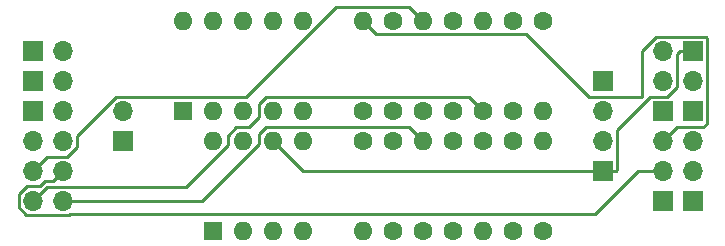
<source format=gbr>
G04 #@! TF.GenerationSoftware,KiCad,Pcbnew,5.1.5-52549c5~84~ubuntu18.04.1*
G04 #@! TF.CreationDate,2020-02-01T12:36:08+09:00*
G04 #@! TF.ProjectId,builtin,6275696c-7469-46e2-9e6b-696361645f70,rev?*
G04 #@! TF.SameCoordinates,Original*
G04 #@! TF.FileFunction,Copper,L2,Bot*
G04 #@! TF.FilePolarity,Positive*
%FSLAX46Y46*%
G04 Gerber Fmt 4.6, Leading zero omitted, Abs format (unit mm)*
G04 Created by KiCad (PCBNEW 5.1.5-52549c5~84~ubuntu18.04.1) date 2020-02-01 12:36:08*
%MOMM*%
%LPD*%
G04 APERTURE LIST*
%ADD10O,1.600000X1.600000*%
%ADD11C,1.600000*%
%ADD12R,1.700000X1.700000*%
%ADD13O,1.700000X1.700000*%
%ADD14R,1.600000X1.600000*%
%ADD15C,0.250000*%
G04 APERTURE END LIST*
D10*
X46990000Y-10160000D03*
D11*
X46990000Y-2540000D03*
X44450000Y-20320000D03*
X39370000Y-20320000D03*
X34290000Y-20320000D03*
X44450000Y-12700000D03*
X39370000Y-12700000D03*
X34290000Y-12700000D03*
X44450000Y-10160000D03*
X39370000Y-10160000D03*
X34290000Y-10160000D03*
X44450000Y-2540000D03*
X39370000Y-2540000D03*
X34290000Y-2540000D03*
D12*
X52070000Y-7620000D03*
D10*
X46990000Y-12700000D03*
D11*
X46990000Y-20320000D03*
D13*
X59690000Y-7620000D03*
D12*
X59690000Y-10160000D03*
D10*
X31750000Y-2540000D03*
D11*
X31750000Y-10160000D03*
X36830000Y-10160000D03*
D10*
X36830000Y-2540000D03*
X41910000Y-2540000D03*
D11*
X41910000Y-10160000D03*
D12*
X3810000Y-5080000D03*
D13*
X6350000Y-5080000D03*
D12*
X3810000Y-7620000D03*
D13*
X6350000Y-7620000D03*
D12*
X59690000Y-5080000D03*
D11*
X31750000Y-12700000D03*
D10*
X31750000Y-20320000D03*
D11*
X36830000Y-20320000D03*
D10*
X36830000Y-12700000D03*
D11*
X41910000Y-12700000D03*
D10*
X41910000Y-20320000D03*
D12*
X57150000Y-17780000D03*
D13*
X57150000Y-15240000D03*
X57150000Y-12700000D03*
X57150000Y-5080000D03*
X57150000Y-7620000D03*
D12*
X57150000Y-10160000D03*
D13*
X59690000Y-12700000D03*
X59690000Y-15240000D03*
D12*
X59690000Y-17780000D03*
D14*
X19050000Y-20320000D03*
D10*
X26670000Y-12700000D03*
X21590000Y-20320000D03*
X24130000Y-12700000D03*
X24130000Y-20320000D03*
X21590000Y-12700000D03*
X26670000Y-20320000D03*
X19050000Y-12700000D03*
D12*
X3810000Y-10160000D03*
D13*
X6350000Y-10160000D03*
X3810000Y-12700000D03*
X6350000Y-12700000D03*
X3810000Y-15240000D03*
X6350000Y-15240000D03*
X3810000Y-17780000D03*
X6350000Y-17780000D03*
X11430000Y-10160000D03*
D12*
X11430000Y-12700000D03*
D13*
X52070000Y-10160000D03*
X52070000Y-12700000D03*
D12*
X52070000Y-15240000D03*
D10*
X16510000Y-2540000D03*
X26670000Y-10160000D03*
X19050000Y-2540000D03*
X24130000Y-10160000D03*
X21590000Y-2540000D03*
X21590000Y-10160000D03*
X24130000Y-2540000D03*
X19050000Y-10160000D03*
X26670000Y-2540000D03*
D14*
X16510000Y-10160000D03*
D15*
X57999999Y-11850001D02*
X57150000Y-12700000D01*
X60610003Y-11524999D02*
X58325001Y-11524999D01*
X60865001Y-11270001D02*
X60610003Y-11524999D01*
X60865001Y-3969999D02*
X60865001Y-11270001D01*
X60800001Y-3904999D02*
X60865001Y-3969999D01*
X56585999Y-3904999D02*
X60800001Y-3904999D01*
X55403589Y-5087409D02*
X56585999Y-3904999D01*
X58325001Y-11524999D02*
X57999999Y-11850001D01*
X55403589Y-8984999D02*
X55403589Y-5087409D01*
X50894999Y-8984999D02*
X55403589Y-8984999D01*
X45575001Y-3665001D02*
X50894999Y-8984999D01*
X32875001Y-3665001D02*
X45575001Y-3665001D01*
X31750000Y-2540000D02*
X32875001Y-3665001D01*
X4659999Y-14390001D02*
X3810000Y-15240000D01*
X4985001Y-14064999D02*
X4659999Y-14390001D01*
X6724003Y-14064999D02*
X4985001Y-14064999D01*
X7525001Y-13264001D02*
X6724003Y-14064999D01*
X7525001Y-12325997D02*
X7525001Y-13264001D01*
X10865999Y-8984999D02*
X7525001Y-12325997D01*
X21890003Y-8984999D02*
X10865999Y-8984999D01*
X29460003Y-1414999D02*
X21890003Y-8984999D01*
X35704999Y-1414999D02*
X29460003Y-1414999D01*
X36830000Y-2540000D02*
X35704999Y-1414999D01*
X36030001Y-11900001D02*
X36830000Y-12700000D01*
X35704999Y-11574999D02*
X36030001Y-11900001D01*
X23004999Y-12950003D02*
X23004999Y-12159999D01*
X23589999Y-11574999D02*
X35704999Y-11574999D01*
X23004999Y-12159999D02*
X23589999Y-11574999D01*
X18175002Y-17780000D02*
X23004999Y-12950003D01*
X6350000Y-17780000D02*
X18175002Y-17780000D01*
X23589999Y-9034999D02*
X40784999Y-9034999D01*
X41110001Y-9360001D02*
X41910000Y-10160000D01*
X23004999Y-10700001D02*
X23004999Y-9619999D01*
X22130001Y-11574999D02*
X23004999Y-10700001D01*
X21049999Y-11574999D02*
X22130001Y-11574999D01*
X20320000Y-12304998D02*
X21049999Y-11574999D01*
X40784999Y-9034999D02*
X41110001Y-9360001D01*
X16810003Y-16604999D02*
X20320000Y-13095002D01*
X20320000Y-13095002D02*
X20320000Y-12304998D01*
X4985001Y-16604999D02*
X16810003Y-16604999D01*
X23004999Y-9619999D02*
X23589999Y-9034999D01*
X3810000Y-17780000D02*
X4985001Y-16604999D01*
X5500001Y-16089999D02*
X6350000Y-15240000D01*
X4863591Y-16089999D02*
X5500001Y-16089999D01*
X4443590Y-16510000D02*
X4863591Y-16089999D01*
X3340998Y-16510000D02*
X4443590Y-16510000D01*
X2634999Y-17215999D02*
X3340998Y-16510000D01*
X2634999Y-18344001D02*
X2634999Y-17215999D01*
X3245999Y-18955001D02*
X2634999Y-18344001D01*
X6914001Y-18955001D02*
X3245999Y-18955001D01*
X51385999Y-18894999D02*
X6974003Y-18894999D01*
X55040998Y-15240000D02*
X51385999Y-18894999D01*
X6974003Y-18894999D02*
X6914001Y-18955001D01*
X57150000Y-15240000D02*
X55040998Y-15240000D01*
X53170000Y-15240000D02*
X52070000Y-15240000D01*
X53245001Y-11779997D02*
X53245001Y-15164999D01*
X56039999Y-8984999D02*
X53245001Y-11779997D01*
X57524003Y-8984999D02*
X56039999Y-8984999D01*
X58325001Y-8184001D02*
X57524003Y-8984999D01*
X58325001Y-5344999D02*
X58325001Y-8184001D01*
X53245001Y-15164999D02*
X53170000Y-15240000D01*
X58590000Y-5080000D02*
X58325001Y-5344999D01*
X59690000Y-5080000D02*
X58590000Y-5080000D01*
X26670000Y-15240000D02*
X24130000Y-12700000D01*
X52070000Y-15240000D02*
X26670000Y-15240000D01*
M02*

</source>
